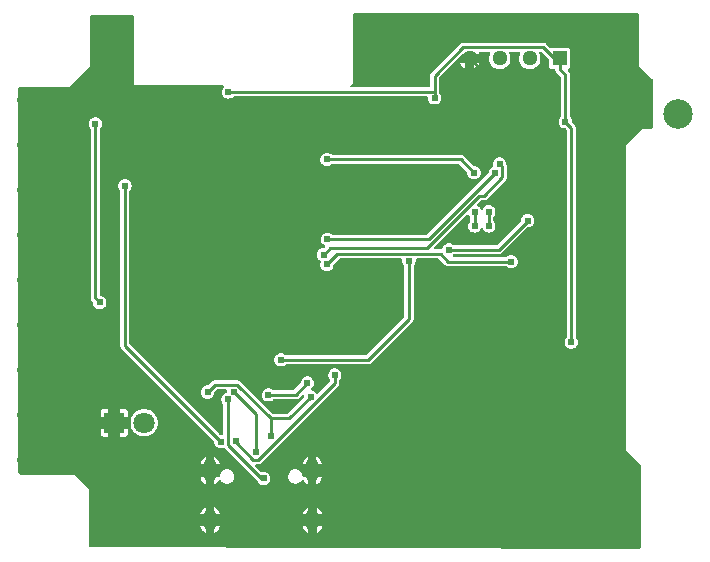
<source format=gbl>
G04 Layer: BottomLayer*
G04 EasyEDA v6.5.47, 2024-11-13 08:28:34*
G04 87231406ceee420ca99a4478fe7bfb21,034e4511e0c640c9b8a39c55fee02e59,10*
G04 Gerber Generator version 0.2*
G04 Scale: 100 percent, Rotated: No, Reflected: No *
G04 Dimensions in millimeters *
G04 leading zeros omitted , absolute positions ,4 integer and 5 decimal *
%FSLAX45Y45*%
%MOMM*%

%ADD10C,0.2540*%
%ADD11C,2.5000*%
%ADD12R,1.2954X1.2954*%
%ADD13C,1.2954*%
%ADD14R,1.8000X1.8000*%
%ADD15C,1.8000*%
%ADD16O,1.0999978000000001X1.9999959999999999*%
%ADD17O,1.1999976X1.7999964*%
%ADD18C,0.6096*%
%ADD19C,1.0000*%
%ADD20C,2.0000*%
%ADD21C,0.6200*%
%ADD22C,0.6100*%
%ADD23C,0.0110*%

%LPD*%
G36*
X5311140Y14579D02*
G01*
X657860Y24536D01*
X653948Y25349D01*
X650646Y27533D01*
X648462Y30835D01*
X647700Y34696D01*
X647700Y519684D01*
X646988Y521411D01*
X534111Y634288D01*
X532384Y635000D01*
X80416Y635000D01*
X76504Y635762D01*
X73202Y637997D01*
X54305Y656894D01*
X52069Y660196D01*
X51308Y664108D01*
X51308Y3914140D01*
X52069Y3918051D01*
X54305Y3921302D01*
X57556Y3923537D01*
X61467Y3924300D01*
X481584Y3924300D01*
X483311Y3925011D01*
X659688Y4101388D01*
X660400Y4103115D01*
X660400Y4516983D01*
X661162Y4520895D01*
X663397Y4524197D01*
X670102Y4530902D01*
X673404Y4533138D01*
X677316Y4533900D01*
X1018032Y4533900D01*
X1021943Y4533138D01*
X1025194Y4530902D01*
X1027430Y4527651D01*
X1028192Y4523740D01*
X1028192Y3963009D01*
X1029004Y3956507D01*
X1031087Y3950970D01*
X1034643Y3945839D01*
X1037640Y3942791D01*
X1041247Y3940149D01*
X1046784Y3937660D01*
X1054252Y3936492D01*
X1781860Y3936492D01*
X1785772Y3935729D01*
X1789074Y3933494D01*
X1791258Y3930243D01*
X1792020Y3926332D01*
X1791258Y3922420D01*
X1789074Y3919169D01*
X1787499Y3917594D01*
X1781860Y3909517D01*
X1777695Y3900627D01*
X1775155Y3891127D01*
X1774291Y3881323D01*
X1775155Y3871569D01*
X1777695Y3862070D01*
X1781860Y3853179D01*
X1787499Y3845102D01*
X1794459Y3838143D01*
X1802485Y3832555D01*
X1811375Y3828389D01*
X1820875Y3825849D01*
X1830679Y3824986D01*
X1840484Y3825849D01*
X1849983Y3828389D01*
X1858873Y3832555D01*
X1866900Y3838143D01*
X1868525Y3839768D01*
X1871827Y3841953D01*
X1875688Y3842715D01*
X3509314Y3842715D01*
X3513429Y3841902D01*
X3516833Y3839464D01*
X3518915Y3835857D01*
X3520287Y3821633D01*
X3522827Y3812133D01*
X3526993Y3803243D01*
X3532581Y3795217D01*
X3539540Y3788257D01*
X3547618Y3782618D01*
X3556508Y3778453D01*
X3566007Y3775913D01*
X3575812Y3775049D01*
X3585565Y3775913D01*
X3595065Y3778453D01*
X3603955Y3782618D01*
X3612032Y3788257D01*
X3618992Y3795217D01*
X3624579Y3803243D01*
X3628745Y3812133D01*
X3631285Y3821633D01*
X3632149Y3831437D01*
X3631285Y3841242D01*
X3628745Y3850741D01*
X3624579Y3859631D01*
X3618992Y3867658D01*
X3617366Y3869283D01*
X3615182Y3872585D01*
X3614420Y3876446D01*
X3614420Y3997147D01*
X3615182Y4001008D01*
X3617366Y4004310D01*
X3814419Y4201363D01*
X3817721Y4203547D01*
X3821582Y4204309D01*
X3834790Y4204309D01*
X3834790Y4212285D01*
X3835552Y4216196D01*
X3837736Y4219448D01*
X3841038Y4221683D01*
X3844950Y4222445D01*
X3902100Y4222445D01*
X3905961Y4221683D01*
X3909263Y4219448D01*
X3911447Y4216196D01*
X3912209Y4212285D01*
X3912209Y4204309D01*
X3955338Y4204309D01*
X3953611Y4207510D01*
X3952494Y4211523D01*
X3953001Y4215638D01*
X3955135Y4219194D01*
X3958539Y4221581D01*
X3962603Y4222445D01*
X4038193Y4222445D01*
X4042105Y4221632D01*
X4045458Y4219397D01*
X4047642Y4216044D01*
X4048353Y4212082D01*
X4047439Y4208170D01*
X4042308Y4196588D01*
X4038803Y4184446D01*
X4037076Y4171899D01*
X4037076Y4159300D01*
X4038803Y4146753D01*
X4042308Y4134612D01*
X4047439Y4123029D01*
X4054144Y4112310D01*
X4062272Y4102608D01*
X4071670Y4094175D01*
X4082186Y4087114D01*
X4093565Y4081526D01*
X4105554Y4077614D01*
X4118000Y4075429D01*
X4130649Y4075023D01*
X4143248Y4076344D01*
X4155490Y4079392D01*
X4167225Y4084116D01*
X4178198Y4090466D01*
X4188155Y4098239D01*
X4196943Y4107332D01*
X4204360Y4117543D01*
X4210304Y4128719D01*
X4214622Y4140606D01*
X4217263Y4153001D01*
X4218178Y4165600D01*
X4217263Y4178198D01*
X4214622Y4190593D01*
X4210304Y4202480D01*
X4207611Y4207510D01*
X4206494Y4211523D01*
X4207002Y4215638D01*
X4209135Y4219194D01*
X4212539Y4221581D01*
X4216603Y4222445D01*
X4292193Y4222445D01*
X4296105Y4221632D01*
X4299458Y4219397D01*
X4301642Y4216044D01*
X4302353Y4212082D01*
X4301439Y4208170D01*
X4296308Y4196588D01*
X4292803Y4184446D01*
X4291076Y4171899D01*
X4291076Y4159300D01*
X4292803Y4146753D01*
X4296308Y4134612D01*
X4301439Y4123029D01*
X4308144Y4112310D01*
X4316272Y4102608D01*
X4325670Y4094175D01*
X4336186Y4087114D01*
X4347565Y4081526D01*
X4359554Y4077614D01*
X4372000Y4075429D01*
X4384649Y4075023D01*
X4397248Y4076344D01*
X4409490Y4079392D01*
X4421225Y4084116D01*
X4432198Y4090466D01*
X4442155Y4098239D01*
X4450943Y4107332D01*
X4458360Y4117543D01*
X4464304Y4128719D01*
X4468622Y4140606D01*
X4471263Y4153001D01*
X4472178Y4165600D01*
X4471263Y4178198D01*
X4468622Y4190593D01*
X4464304Y4202480D01*
X4461611Y4207510D01*
X4460494Y4211523D01*
X4461002Y4215638D01*
X4463135Y4219194D01*
X4466539Y4221581D01*
X4470603Y4222445D01*
X4473498Y4222445D01*
X4477410Y4221683D01*
X4480712Y4219448D01*
X4541824Y4158335D01*
X4544060Y4155033D01*
X4544822Y4151122D01*
X4544822Y4101388D01*
X4545533Y4095089D01*
X4547463Y4089603D01*
X4550511Y4084726D01*
X4554626Y4080611D01*
X4559503Y4077563D01*
X4564989Y4075633D01*
X4571288Y4074922D01*
X4587544Y4074922D01*
X4591202Y4074261D01*
X4594352Y4072280D01*
X4596587Y4069334D01*
X4599889Y4058158D01*
X4603445Y4051503D01*
X4608576Y4045254D01*
X4642104Y4011726D01*
X4644288Y4008424D01*
X4645101Y4004513D01*
X4645101Y3673703D01*
X4644288Y3669792D01*
X4642104Y3666490D01*
X4640478Y3664915D01*
X4634890Y3656837D01*
X4630724Y3647948D01*
X4628184Y3638448D01*
X4627321Y3628644D01*
X4628184Y3618890D01*
X4630724Y3609390D01*
X4634890Y3600500D01*
X4640478Y3592423D01*
X4647438Y3585464D01*
X4655515Y3579876D01*
X4664405Y3575710D01*
X4673904Y3573170D01*
X4681931Y3572459D01*
X4685334Y3571544D01*
X4688230Y3569512D01*
X4691532Y3566210D01*
X4693767Y3562908D01*
X4694529Y3558997D01*
X4694529Y1807159D01*
X4693767Y1803247D01*
X4691532Y1799945D01*
X4689957Y1798370D01*
X4684318Y1790293D01*
X4680153Y1781403D01*
X4677613Y1771904D01*
X4676749Y1762099D01*
X4677613Y1752346D01*
X4680153Y1742846D01*
X4684318Y1733956D01*
X4689957Y1725879D01*
X4696917Y1718919D01*
X4704943Y1713331D01*
X4713833Y1709166D01*
X4723333Y1706625D01*
X4733137Y1705762D01*
X4742942Y1706625D01*
X4752441Y1709166D01*
X4761331Y1713331D01*
X4769358Y1718919D01*
X4776317Y1725879D01*
X4781956Y1733956D01*
X4786122Y1742846D01*
X4788662Y1752346D01*
X4789525Y1762099D01*
X4788662Y1771904D01*
X4786122Y1781403D01*
X4781956Y1790293D01*
X4776317Y1798370D01*
X4774742Y1799945D01*
X4772507Y1803247D01*
X4771745Y1807159D01*
X4771745Y3578707D01*
X4770932Y3586734D01*
X4768748Y3593947D01*
X4765192Y3600653D01*
X4760061Y3606850D01*
X4742840Y3624122D01*
X4740808Y3627018D01*
X4739894Y3630422D01*
X4739182Y3638448D01*
X4736642Y3647948D01*
X4732477Y3656837D01*
X4726889Y3664915D01*
X4725263Y3666490D01*
X4723079Y3669792D01*
X4722317Y3673703D01*
X4722317Y4024223D01*
X4721504Y4032250D01*
X4719320Y4039463D01*
X4715764Y4046169D01*
X4710633Y4052366D01*
X4703622Y4059377D01*
X4701387Y4062780D01*
X4700676Y4066794D01*
X4701590Y4070756D01*
X4703978Y4074058D01*
X4707483Y4076141D01*
X4711496Y4077563D01*
X4716373Y4080611D01*
X4720488Y4084726D01*
X4723536Y4089603D01*
X4725466Y4095089D01*
X4726178Y4101388D01*
X4726178Y4229811D01*
X4725466Y4236110D01*
X4723536Y4241596D01*
X4720488Y4246473D01*
X4716373Y4250588D01*
X4711496Y4253636D01*
X4706010Y4255566D01*
X4699711Y4256278D01*
X4571288Y4256278D01*
X4564989Y4255566D01*
X4562703Y4254754D01*
X4558995Y4254195D01*
X4555286Y4255058D01*
X4552188Y4257192D01*
X4521352Y4287977D01*
X4515154Y4293108D01*
X4508449Y4296664D01*
X4501235Y4298848D01*
X4493209Y4299661D01*
X3820007Y4299661D01*
X3811981Y4298848D01*
X3804767Y4296664D01*
X3798062Y4293108D01*
X3791864Y4287977D01*
X3548837Y4045000D01*
X3543706Y4038752D01*
X3540150Y4032097D01*
X3537965Y4024884D01*
X3537204Y4016857D01*
X3537204Y3930091D01*
X3536391Y3926230D01*
X3534206Y3922928D01*
X3530904Y3920744D01*
X3527044Y3919931D01*
X2873146Y3919931D01*
X2868930Y3920845D01*
X2865526Y3923436D01*
X2863392Y3927144D01*
X2863088Y3931462D01*
X2864510Y3935476D01*
X2867507Y3938574D01*
X2874010Y3942892D01*
X2877972Y3947058D01*
X2880156Y3948785D01*
X2882747Y3949852D01*
X2882950Y3958996D01*
X2883408Y3962958D01*
X2883408Y4535932D01*
X2884170Y4539843D01*
X2886405Y4543094D01*
X2889656Y4545330D01*
X2893568Y4546092D01*
X5292191Y4546092D01*
X5296103Y4545330D01*
X5299405Y4543094D01*
X5305602Y4536897D01*
X5307838Y4533595D01*
X5308600Y4529683D01*
X5308600Y4103115D01*
X5309311Y4101388D01*
X5419902Y3990797D01*
X5422138Y3987495D01*
X5422900Y3983583D01*
X5422900Y3578860D01*
X5422138Y3574948D01*
X5419902Y3571697D01*
X5416651Y3569462D01*
X5412740Y3568700D01*
X5335016Y3568700D01*
X5333288Y3567988D01*
X5195011Y3429711D01*
X5194300Y3427882D01*
X5194046Y3417671D01*
X5193792Y3415690D01*
X5193792Y864057D01*
X5194300Y857961D01*
X5194503Y850950D01*
X5195011Y850188D01*
X5318302Y726897D01*
X5320538Y723595D01*
X5321300Y719683D01*
X5321300Y24739D01*
X5320538Y20878D01*
X5318302Y17576D01*
X5315000Y15341D01*
G37*

%LPC*%
G36*
X1639366Y150063D02*
G01*
X1639366Y206451D01*
X1592681Y206451D01*
X1593291Y203606D01*
X1597609Y192125D01*
X1603451Y181356D01*
X1610817Y171551D01*
X1619453Y162915D01*
X1629257Y155549D01*
G37*
G36*
X1712061Y150063D02*
G01*
X1722120Y155549D01*
X1731924Y162915D01*
X1740611Y171551D01*
X1747977Y181356D01*
X1753819Y192125D01*
X1758086Y203606D01*
X1758746Y206451D01*
X1712061Y206451D01*
G37*
G36*
X2504338Y150063D02*
G01*
X2504338Y206451D01*
X2457704Y206451D01*
X2458313Y203606D01*
X2462580Y192125D01*
X2468473Y181356D01*
X2475788Y171551D01*
X2484475Y162915D01*
X2494280Y155549D01*
G37*
G36*
X2577084Y150063D02*
G01*
X2587142Y155549D01*
X2596946Y162915D01*
X2605633Y171551D01*
X2612948Y181356D01*
X2618841Y192125D01*
X2623108Y203606D01*
X2623718Y206451D01*
X2577084Y206451D01*
G37*
G36*
X1712061Y309168D02*
G01*
X1758746Y309168D01*
X1758086Y312013D01*
X1753819Y323494D01*
X1747977Y334213D01*
X1740611Y344017D01*
X1731924Y352704D01*
X1722120Y360070D01*
X1712061Y365556D01*
G37*
G36*
X1592681Y309168D02*
G01*
X1639366Y309168D01*
X1639366Y365556D01*
X1629257Y360070D01*
X1619453Y352704D01*
X1610817Y344017D01*
X1603451Y334213D01*
X1597609Y323494D01*
X1593291Y312013D01*
G37*
G36*
X2457704Y309168D02*
G01*
X2504338Y309168D01*
X2504338Y365556D01*
X2494280Y360070D01*
X2484475Y352704D01*
X2475788Y344017D01*
X2468473Y334213D01*
X2462580Y323494D01*
X2458313Y312013D01*
G37*
G36*
X2577084Y309168D02*
G01*
X2623718Y309168D01*
X2623108Y312013D01*
X2618841Y323494D01*
X2612948Y334213D01*
X2605633Y344017D01*
X2596946Y352704D01*
X2587142Y360070D01*
X2577084Y365556D01*
G37*
G36*
X2128215Y553212D02*
G01*
X2137968Y554075D01*
X2147468Y556615D01*
X2156358Y560781D01*
X2164435Y566420D01*
X2171395Y573379D01*
X2176983Y581406D01*
X2181148Y590296D01*
X2183688Y599795D01*
X2184552Y609600D01*
X2183688Y619404D01*
X2181148Y628904D01*
X2176983Y637794D01*
X2171395Y645820D01*
X2164435Y652780D01*
X2156358Y658418D01*
X2147468Y662584D01*
X2137968Y665124D01*
X2128215Y665988D01*
X2118410Y665124D01*
X2114651Y664108D01*
X2111146Y663803D01*
X2107692Y664718D01*
X2104847Y666750D01*
X2059432Y712114D01*
X2057247Y715416D01*
X2056485Y719277D01*
X2057247Y723188D01*
X2059432Y726490D01*
X2062734Y728675D01*
X2066645Y729437D01*
X2082241Y729437D01*
X2090267Y730250D01*
X2097481Y732434D01*
X2104136Y735990D01*
X2110384Y741121D01*
X2757779Y1388516D01*
X2762910Y1394764D01*
X2766466Y1401419D01*
X2768650Y1408633D01*
X2769463Y1416659D01*
X2769463Y1439773D01*
X2770225Y1443685D01*
X2772410Y1446987D01*
X2774035Y1448562D01*
X2779623Y1456639D01*
X2783789Y1465529D01*
X2786329Y1475028D01*
X2787192Y1484782D01*
X2786329Y1494586D01*
X2783789Y1504086D01*
X2779623Y1512976D01*
X2774035Y1521053D01*
X2767076Y1528013D01*
X2758998Y1533601D01*
X2750108Y1537766D01*
X2740609Y1540306D01*
X2730855Y1541170D01*
X2721051Y1540306D01*
X2711551Y1537766D01*
X2702661Y1533601D01*
X2694584Y1528013D01*
X2687624Y1521053D01*
X2682036Y1512976D01*
X2677871Y1504086D01*
X2675331Y1494586D01*
X2674467Y1484782D01*
X2675331Y1475028D01*
X2677871Y1465529D01*
X2682036Y1456639D01*
X2687624Y1448562D01*
X2689250Y1446987D01*
X2691434Y1443685D01*
X2692247Y1439773D01*
X2692247Y1436370D01*
X2691434Y1432509D01*
X2689250Y1429207D01*
X2589377Y1329283D01*
X2585669Y1326946D01*
X2581300Y1326388D01*
X2577084Y1327708D01*
X2573832Y1330655D01*
X2570480Y1335481D01*
X2563520Y1342440D01*
X2555494Y1348028D01*
X2546604Y1352194D01*
X2537002Y1354785D01*
X2533548Y1356461D01*
X2530957Y1359255D01*
X2529586Y1362811D01*
X2529687Y1366621D01*
X2531110Y1370177D01*
X2533802Y1372920D01*
X2535377Y1374038D01*
X2542336Y1380998D01*
X2547975Y1389024D01*
X2552141Y1397914D01*
X2554681Y1407414D01*
X2555544Y1417218D01*
X2554681Y1427022D01*
X2552141Y1436522D01*
X2547975Y1445412D01*
X2542336Y1453438D01*
X2535377Y1460398D01*
X2527350Y1466037D01*
X2518460Y1470202D01*
X2508961Y1472742D01*
X2499156Y1473606D01*
X2489352Y1472742D01*
X2479852Y1470202D01*
X2470962Y1466037D01*
X2462936Y1460398D01*
X2455976Y1453438D01*
X2450338Y1445412D01*
X2446172Y1436522D01*
X2443632Y1427022D01*
X2442921Y1418945D01*
X2442006Y1415542D01*
X2440025Y1412646D01*
X2385466Y1358138D01*
X2382164Y1355953D01*
X2378303Y1355140D01*
X2214372Y1355140D01*
X2210460Y1355953D01*
X2207158Y1358138D01*
X2205583Y1359763D01*
X2197506Y1365351D01*
X2188616Y1369517D01*
X2179116Y1372057D01*
X2169363Y1372920D01*
X2159558Y1372057D01*
X2150059Y1369517D01*
X2141169Y1365351D01*
X2133092Y1359763D01*
X2126132Y1352804D01*
X2120544Y1344726D01*
X2116378Y1335836D01*
X2113838Y1326337D01*
X2112975Y1316532D01*
X2113838Y1306779D01*
X2116378Y1297279D01*
X2120544Y1288389D01*
X2126132Y1280312D01*
X2133092Y1273352D01*
X2141169Y1267764D01*
X2150059Y1263599D01*
X2159558Y1261059D01*
X2169363Y1260195D01*
X2179116Y1261059D01*
X2188616Y1263599D01*
X2197506Y1267764D01*
X2205583Y1273352D01*
X2207158Y1274978D01*
X2210460Y1277162D01*
X2214372Y1277924D01*
X2398014Y1277924D01*
X2406040Y1278737D01*
X2413254Y1280922D01*
X2419908Y1284478D01*
X2426157Y1289608D01*
X2454554Y1318006D01*
X2458008Y1320241D01*
X2462022Y1320952D01*
X2466035Y1319987D01*
X2469337Y1317548D01*
X2471369Y1313992D01*
X2471877Y1309928D01*
X2471064Y1300988D01*
X2470150Y1297584D01*
X2468168Y1294688D01*
X2331516Y1158036D01*
X2328214Y1155852D01*
X2324303Y1155039D01*
X2210562Y1155039D01*
X2206650Y1155852D01*
X2203348Y1158036D01*
X1933193Y1428191D01*
X1926996Y1433322D01*
X1920290Y1436878D01*
X1913077Y1439062D01*
X1905050Y1439824D01*
X1714906Y1439824D01*
X1706880Y1439062D01*
X1699666Y1436878D01*
X1692960Y1433322D01*
X1686763Y1428191D01*
X1658264Y1399692D01*
X1655368Y1397660D01*
X1651965Y1396746D01*
X1643888Y1396034D01*
X1634388Y1393494D01*
X1625498Y1389329D01*
X1617472Y1383741D01*
X1610512Y1376781D01*
X1604873Y1368704D01*
X1600708Y1359814D01*
X1598168Y1350314D01*
X1597304Y1340510D01*
X1598168Y1330756D01*
X1600708Y1321257D01*
X1604873Y1312367D01*
X1610512Y1304290D01*
X1617472Y1297330D01*
X1625498Y1291742D01*
X1634388Y1287576D01*
X1643888Y1285036D01*
X1653692Y1284173D01*
X1663496Y1285036D01*
X1672996Y1287576D01*
X1681886Y1291742D01*
X1689912Y1297330D01*
X1696872Y1304290D01*
X1702511Y1312367D01*
X1706676Y1321257D01*
X1709216Y1330756D01*
X1709928Y1338783D01*
X1710842Y1342186D01*
X1712823Y1345082D01*
X1727403Y1359662D01*
X1730705Y1361846D01*
X1734616Y1362608D01*
X1809902Y1362608D01*
X1814017Y1361795D01*
X1817370Y1359357D01*
X1819503Y1355750D01*
X1820011Y1351584D01*
X1819249Y1342491D01*
X1818030Y1338529D01*
X1815388Y1335379D01*
X1811731Y1333550D01*
X1806498Y1332128D01*
X1797608Y1327962D01*
X1789531Y1322374D01*
X1782572Y1315415D01*
X1776984Y1307338D01*
X1772818Y1298448D01*
X1770278Y1288948D01*
X1769414Y1279144D01*
X1770278Y1269390D01*
X1772818Y1259890D01*
X1776984Y1251000D01*
X1782572Y1242923D01*
X1784197Y1241348D01*
X1786382Y1238046D01*
X1787194Y1234135D01*
X1787194Y986485D01*
X1786331Y982370D01*
X1783892Y978966D01*
X1780286Y976833D01*
X1776120Y976325D01*
X1768957Y976985D01*
X1765554Y977900D01*
X1762658Y979881D01*
X995324Y1747215D01*
X993140Y1750517D01*
X992378Y1754428D01*
X992378Y3043377D01*
X993140Y3047238D01*
X995324Y3050540D01*
X996950Y3052165D01*
X1002537Y3060192D01*
X1006703Y3069082D01*
X1009243Y3078581D01*
X1010107Y3088386D01*
X1009243Y3098190D01*
X1006703Y3107690D01*
X1002537Y3116580D01*
X996950Y3124606D01*
X989990Y3131566D01*
X981913Y3137204D01*
X973023Y3141370D01*
X963523Y3143910D01*
X953769Y3144774D01*
X943965Y3143910D01*
X934466Y3141370D01*
X925576Y3137204D01*
X917498Y3131566D01*
X910539Y3124606D01*
X904951Y3116580D01*
X900785Y3107690D01*
X898245Y3098190D01*
X897382Y3088386D01*
X898245Y3078581D01*
X900785Y3069082D01*
X904951Y3060192D01*
X910539Y3052165D01*
X912164Y3050540D01*
X914349Y3047238D01*
X915162Y3043377D01*
X915162Y1734718D01*
X915924Y1726692D01*
X918108Y1719478D01*
X921664Y1712772D01*
X926795Y1706575D01*
X1708048Y925321D01*
X1710080Y922426D01*
X1710994Y919022D01*
X1711706Y910945D01*
X1714246Y901446D01*
X1718411Y892556D01*
X1723999Y884529D01*
X1730959Y877569D01*
X1739036Y871931D01*
X1747926Y867765D01*
X1757425Y865225D01*
X1767230Y864362D01*
X1776984Y865225D01*
X1787398Y868019D01*
X1791258Y868324D01*
X1794916Y867156D01*
X1798828Y863549D01*
X2076754Y585622D01*
X2079396Y581406D01*
X2084984Y573379D01*
X2091943Y566420D01*
X2100021Y560781D01*
X2108911Y556615D01*
X2118410Y554075D01*
G37*
G36*
X1641856Y559358D02*
G01*
X1641856Y621436D01*
X1595628Y621436D01*
X1598117Y610006D01*
X1602130Y599186D01*
X1607667Y589076D01*
X1614576Y579831D01*
X1622755Y571703D01*
X1632000Y564743D01*
G37*
G36*
X2574544Y559358D02*
G01*
X2584450Y564743D01*
X2593695Y571652D01*
X2601823Y579831D01*
X2608732Y589076D01*
X2614269Y599186D01*
X2618333Y610006D01*
X2620772Y621436D01*
X2574544Y621436D01*
G37*
G36*
X2506878Y559358D02*
G01*
X2506878Y621436D01*
X2467813Y621436D01*
X2464104Y622147D01*
X2460955Y624128D01*
X2458669Y627126D01*
X2457704Y630783D01*
X2457246Y635812D01*
X2454808Y645566D01*
X2450744Y654761D01*
X2445258Y663194D01*
X2438450Y670560D01*
X2430526Y676757D01*
X2421686Y681532D01*
X2412187Y684784D01*
X2402230Y686460D01*
X2392222Y686460D01*
X2382266Y684784D01*
X2372766Y681532D01*
X2363927Y676757D01*
X2356002Y670560D01*
X2349195Y663194D01*
X2343708Y654761D01*
X2339644Y645566D01*
X2337206Y635812D01*
X2336342Y625754D01*
X2337206Y615746D01*
X2339644Y605993D01*
X2343708Y596798D01*
X2349195Y588365D01*
X2356002Y580999D01*
X2363927Y574802D01*
X2372766Y570026D01*
X2382266Y566775D01*
X2392222Y565099D01*
X2402230Y565099D01*
X2412187Y566775D01*
X2421686Y570026D01*
X2430526Y574802D01*
X2438450Y580999D01*
X2445258Y588365D01*
X2451100Y597357D01*
X2454046Y600303D01*
X2457907Y601776D01*
X2462072Y601624D01*
X2465832Y599795D01*
X2468524Y596646D01*
X2472690Y589076D01*
X2479598Y579831D01*
X2487726Y571652D01*
X2496972Y564743D01*
G37*
G36*
X1709572Y559358D02*
G01*
X1719427Y564743D01*
X1728673Y571703D01*
X1736852Y579831D01*
X1743760Y589076D01*
X1747875Y596696D01*
X1750618Y599846D01*
X1754327Y601675D01*
X1758492Y601827D01*
X1762404Y600303D01*
X1765300Y597357D01*
X1771192Y588365D01*
X1778000Y580999D01*
X1785924Y574802D01*
X1794764Y570026D01*
X1804263Y566775D01*
X1814220Y565099D01*
X1824228Y565099D01*
X1834184Y566775D01*
X1843684Y570026D01*
X1852523Y574802D01*
X1860448Y580999D01*
X1867255Y588365D01*
X1872742Y596798D01*
X1876806Y605993D01*
X1879244Y615746D01*
X1880107Y625754D01*
X1879244Y635812D01*
X1876806Y645566D01*
X1872742Y654761D01*
X1867255Y663194D01*
X1860448Y670560D01*
X1852523Y676757D01*
X1843684Y681532D01*
X1834184Y684784D01*
X1824228Y686460D01*
X1814220Y686460D01*
X1804263Y684784D01*
X1794764Y681532D01*
X1785924Y676757D01*
X1778000Y670560D01*
X1771192Y663194D01*
X1765706Y654761D01*
X1761642Y645566D01*
X1759204Y635812D01*
X1758746Y630783D01*
X1757781Y627176D01*
X1755495Y624128D01*
X1752346Y622147D01*
X1748637Y621436D01*
X1709572Y621436D01*
G37*
G36*
X1709572Y734161D02*
G01*
X1755800Y734161D01*
X1753311Y745591D01*
X1749298Y756412D01*
X1743760Y766521D01*
X1736852Y775766D01*
X1728673Y783945D01*
X1719427Y790854D01*
X1709572Y796239D01*
G37*
G36*
X1595628Y734161D02*
G01*
X1641856Y734161D01*
X1641856Y796239D01*
X1632000Y790854D01*
X1622755Y783945D01*
X1614576Y775766D01*
X1607667Y766521D01*
X1602130Y756412D01*
X1598117Y745591D01*
G37*
G36*
X2460650Y734161D02*
G01*
X2506878Y734161D01*
X2506878Y796239D01*
X2496972Y790854D01*
X2487726Y783945D01*
X2479598Y775766D01*
X2472690Y766521D01*
X2467152Y756412D01*
X2463088Y745591D01*
G37*
G36*
X2574544Y734161D02*
G01*
X2620772Y734161D01*
X2618333Y745591D01*
X2614269Y756412D01*
X2608732Y766521D01*
X2601823Y775766D01*
X2593695Y783945D01*
X2584450Y790854D01*
X2574544Y796239D01*
G37*
G36*
X774192Y963574D02*
G01*
X812241Y963574D01*
X812241Y1028141D01*
X747674Y1028141D01*
X747674Y990092D01*
X748385Y983742D01*
X750316Y978306D01*
X753414Y973378D01*
X757478Y969314D01*
X762406Y966216D01*
X767842Y964285D01*
G37*
G36*
X914958Y963574D02*
G01*
X953008Y963574D01*
X959358Y964285D01*
X964793Y966216D01*
X969721Y969314D01*
X973785Y973378D01*
X976884Y978306D01*
X978814Y983742D01*
X979525Y990092D01*
X979525Y1028141D01*
X914958Y1028141D01*
G37*
G36*
X1110335Y963828D02*
G01*
X1124864Y963828D01*
X1139291Y965657D01*
X1153414Y969264D01*
X1166926Y974648D01*
X1179677Y981659D01*
X1191463Y990193D01*
X1202080Y1000150D01*
X1211376Y1011377D01*
X1219149Y1023670D01*
X1225346Y1036828D01*
X1229868Y1050696D01*
X1232560Y1064971D01*
X1233474Y1079500D01*
X1232560Y1094028D01*
X1229868Y1108303D01*
X1225346Y1122172D01*
X1219149Y1135329D01*
X1211376Y1147622D01*
X1202080Y1158849D01*
X1191463Y1168806D01*
X1179677Y1177340D01*
X1166926Y1184351D01*
X1153414Y1189736D01*
X1139291Y1193342D01*
X1124864Y1195171D01*
X1110335Y1195171D01*
X1095908Y1193342D01*
X1081786Y1189736D01*
X1068273Y1184351D01*
X1055522Y1177340D01*
X1043736Y1168806D01*
X1033119Y1158849D01*
X1023823Y1147622D01*
X1016050Y1135329D01*
X1009853Y1122172D01*
X1005332Y1108303D01*
X1002639Y1094028D01*
X1001725Y1079500D01*
X1002639Y1064971D01*
X1005332Y1050696D01*
X1009853Y1036828D01*
X1016050Y1023670D01*
X1023823Y1011377D01*
X1033119Y1000150D01*
X1043736Y990193D01*
X1055522Y981659D01*
X1068273Y974648D01*
X1081786Y969264D01*
X1095908Y965657D01*
G37*
G36*
X747674Y1130858D02*
G01*
X812241Y1130858D01*
X812241Y1195425D01*
X774192Y1195425D01*
X767842Y1194714D01*
X762406Y1192784D01*
X757478Y1189685D01*
X753414Y1185621D01*
X750316Y1180693D01*
X748385Y1175258D01*
X747674Y1168908D01*
G37*
G36*
X914958Y1130858D02*
G01*
X979525Y1130858D01*
X979525Y1168908D01*
X978814Y1175258D01*
X976884Y1180693D01*
X973785Y1185621D01*
X969721Y1189685D01*
X964793Y1192784D01*
X959358Y1194714D01*
X953008Y1195425D01*
X914958Y1195425D01*
G37*
G36*
X2275789Y1557274D02*
G01*
X2285593Y1558137D01*
X2295093Y1560677D01*
X2303983Y1564843D01*
X2312009Y1570482D01*
X2313635Y1572056D01*
X2316937Y1574292D01*
X2320798Y1575054D01*
X3011170Y1575054D01*
X3019196Y1575866D01*
X3026410Y1578051D01*
X3033064Y1581607D01*
X3039313Y1586738D01*
X3385820Y1933244D01*
X3390950Y1939442D01*
X3394506Y1946148D01*
X3396691Y1953361D01*
X3397504Y1961388D01*
X3397504Y2406142D01*
X3398265Y2410002D01*
X3400450Y2413304D01*
X3402076Y2414930D01*
X3407664Y2422956D01*
X3411829Y2431846D01*
X3414369Y2441346D01*
X3415233Y2451150D01*
X3414471Y2460091D01*
X3414979Y2464257D01*
X3417112Y2467864D01*
X3420465Y2470302D01*
X3424580Y2471115D01*
X3608679Y2471115D01*
X3612591Y2470353D01*
X3615893Y2468168D01*
X3665982Y2418080D01*
X3672230Y2412949D01*
X3678885Y2409393D01*
X3686098Y2407208D01*
X3694125Y2406396D01*
X4178858Y2406396D01*
X4182719Y2405634D01*
X4186021Y2403398D01*
X4187647Y2401824D01*
X4195673Y2396185D01*
X4204563Y2392019D01*
X4214063Y2389479D01*
X4223867Y2388616D01*
X4233672Y2389479D01*
X4243171Y2392019D01*
X4252061Y2396185D01*
X4260088Y2401824D01*
X4267047Y2408783D01*
X4272686Y2416810D01*
X4276852Y2425700D01*
X4279392Y2435199D01*
X4280255Y2445004D01*
X4279392Y2454808D01*
X4276852Y2464308D01*
X4272686Y2473198D01*
X4267047Y2481224D01*
X4260088Y2488184D01*
X4252061Y2493822D01*
X4243171Y2497988D01*
X4233672Y2500528D01*
X4223867Y2501392D01*
X4214063Y2500528D01*
X4204563Y2497988D01*
X4195673Y2493822D01*
X4187647Y2488184D01*
X4186021Y2486609D01*
X4182719Y2484374D01*
X4178858Y2483612D01*
X3738016Y2483612D01*
X3734003Y2484424D01*
X3730650Y2486761D01*
X3728516Y2490216D01*
X3727856Y2494280D01*
X3728872Y2498191D01*
X3731361Y2501442D01*
X3735374Y2504948D01*
X3738473Y2506776D01*
X3742029Y2507386D01*
X4116832Y2507386D01*
X4124858Y2508199D01*
X4132072Y2510383D01*
X4138777Y2513939D01*
X4144975Y2519070D01*
X4359249Y2733344D01*
X4362145Y2735376D01*
X4365548Y2736291D01*
X4373626Y2737002D01*
X4383125Y2739542D01*
X4392015Y2743708D01*
X4400042Y2749296D01*
X4407001Y2756255D01*
X4412640Y2764332D01*
X4416806Y2773222D01*
X4419346Y2782722D01*
X4420209Y2792476D01*
X4419346Y2802280D01*
X4416806Y2811780D01*
X4412640Y2820670D01*
X4407001Y2828747D01*
X4400042Y2835706D01*
X4392015Y2841294D01*
X4383125Y2845460D01*
X4373626Y2848000D01*
X4363821Y2848864D01*
X4354017Y2848000D01*
X4344517Y2845460D01*
X4335627Y2841294D01*
X4327601Y2835706D01*
X4320641Y2828747D01*
X4315002Y2820670D01*
X4310837Y2811780D01*
X4308297Y2802280D01*
X4307586Y2794254D01*
X4306671Y2790850D01*
X4304690Y2787954D01*
X4104335Y2587599D01*
X4101033Y2585415D01*
X4097121Y2584602D01*
X3742029Y2584602D01*
X3738168Y2585415D01*
X3734866Y2587599D01*
X3733241Y2589225D01*
X3725214Y2594813D01*
X3716324Y2598978D01*
X3706825Y2601518D01*
X3697020Y2602382D01*
X3687216Y2601518D01*
X3677716Y2598978D01*
X3668826Y2594813D01*
X3660800Y2589225D01*
X3653840Y2582265D01*
X3648201Y2574188D01*
X3644036Y2565298D01*
X3641445Y2555595D01*
X3639972Y2552395D01*
X3637432Y2549906D01*
X3634181Y2548432D01*
X3630625Y2548128D01*
X3628390Y2548331D01*
X3579368Y2548331D01*
X3575456Y2549144D01*
X3572154Y2551328D01*
X3569970Y2554630D01*
X3569208Y2558491D01*
X3569970Y2562402D01*
X3572154Y2565704D01*
X3849268Y2842818D01*
X3852468Y2844952D01*
X3856278Y2845765D01*
X3860088Y2845104D01*
X3863390Y2843022D01*
X3866286Y2838500D01*
X3871925Y2830474D01*
X3873500Y2828899D01*
X3875735Y2825597D01*
X3876497Y2821686D01*
X3876497Y2791714D01*
X3875735Y2787802D01*
X3873500Y2784500D01*
X3871925Y2782925D01*
X3866286Y2774899D01*
X3862171Y2765958D01*
X3859631Y2756509D01*
X3858768Y2746705D01*
X3859631Y2736900D01*
X3862171Y2727452D01*
X3866286Y2718511D01*
X3871925Y2710484D01*
X3878884Y2703525D01*
X3886911Y2697886D01*
X3895851Y2693771D01*
X3905300Y2691231D01*
X3915105Y2690368D01*
X3924909Y2691231D01*
X3934358Y2693771D01*
X3943299Y2697886D01*
X3951325Y2703525D01*
X3958285Y2710484D01*
X3963924Y2718511D01*
X3965905Y2722778D01*
X3968140Y2725877D01*
X3971340Y2727960D01*
X3975100Y2728671D01*
X3978859Y2727960D01*
X3982059Y2725877D01*
X3984294Y2722778D01*
X3986276Y2718511D01*
X3991914Y2710484D01*
X3998874Y2703525D01*
X4006900Y2697886D01*
X4015841Y2693771D01*
X4025290Y2691231D01*
X4035094Y2690368D01*
X4044899Y2691231D01*
X4054348Y2693771D01*
X4063288Y2697886D01*
X4071315Y2703525D01*
X4078274Y2710484D01*
X4083913Y2718511D01*
X4088028Y2727452D01*
X4090568Y2736900D01*
X4091432Y2746705D01*
X4090568Y2756509D01*
X4088028Y2765958D01*
X4083913Y2774899D01*
X4078274Y2782925D01*
X4076700Y2784500D01*
X4074464Y2787802D01*
X4073702Y2791714D01*
X4073702Y2821686D01*
X4074464Y2825597D01*
X4076700Y2828899D01*
X4078274Y2830474D01*
X4083913Y2838500D01*
X4088028Y2847441D01*
X4090568Y2856890D01*
X4091432Y2866694D01*
X4090568Y2876499D01*
X4088028Y2885948D01*
X4083913Y2894888D01*
X4078274Y2902915D01*
X4071315Y2909874D01*
X4063288Y2915513D01*
X4054348Y2919628D01*
X4044899Y2922168D01*
X4035094Y2923032D01*
X4025290Y2922168D01*
X4015841Y2919628D01*
X4006900Y2915513D01*
X3998874Y2909874D01*
X3991914Y2902915D01*
X3986276Y2894888D01*
X3984294Y2890621D01*
X3982059Y2887522D01*
X3978859Y2885440D01*
X3975100Y2884728D01*
X3971340Y2885440D01*
X3968140Y2887522D01*
X3965905Y2890621D01*
X3963924Y2894888D01*
X3958285Y2902915D01*
X3951325Y2909874D01*
X3943299Y2915513D01*
X3938778Y2918409D01*
X3936695Y2921711D01*
X3936034Y2925521D01*
X3936847Y2929331D01*
X3938981Y2932531D01*
X3968597Y2962097D01*
X3971899Y2964332D01*
X3975760Y2965094D01*
X3994251Y2965094D01*
X4002278Y2965907D01*
X4009491Y2968091D01*
X4016146Y2971647D01*
X4022394Y2976778D01*
X4174998Y3129381D01*
X4180128Y3135630D01*
X4183684Y3142284D01*
X4185869Y3149498D01*
X4186682Y3157524D01*
X4186682Y3249218D01*
X4185869Y3257245D01*
X4182516Y3267608D01*
X4182465Y3271723D01*
X4181601Y3281527D01*
X4179062Y3291027D01*
X4174896Y3299917D01*
X4169257Y3307943D01*
X4162298Y3314903D01*
X4154271Y3320542D01*
X4145381Y3324707D01*
X4135882Y3327247D01*
X4126077Y3328111D01*
X4116273Y3327247D01*
X4106773Y3324707D01*
X4097883Y3320542D01*
X4089857Y3314903D01*
X4082897Y3307943D01*
X4077258Y3299917D01*
X4073093Y3291027D01*
X4070553Y3281527D01*
X4069689Y3271723D01*
X4070553Y3261918D01*
X4071569Y3258159D01*
X4071874Y3254654D01*
X4070959Y3251250D01*
X4068927Y3248355D01*
X4066032Y3246323D01*
X4061307Y3244088D01*
X4053230Y3238500D01*
X4046270Y3231540D01*
X4040682Y3223463D01*
X4036517Y3214573D01*
X4033977Y3205073D01*
X4033265Y3197047D01*
X4032351Y3193643D01*
X4030319Y3190748D01*
X3513988Y2674416D01*
X3510686Y2672181D01*
X3506774Y2671419D01*
X2713583Y2671419D01*
X2709672Y2672181D01*
X2706370Y2674416D01*
X2704795Y2675991D01*
X2696718Y2681630D01*
X2687828Y2685796D01*
X2678328Y2688336D01*
X2668524Y2689199D01*
X2658770Y2688336D01*
X2649270Y2685796D01*
X2640380Y2681630D01*
X2632303Y2675991D01*
X2625344Y2669032D01*
X2619756Y2661005D01*
X2615590Y2652115D01*
X2613050Y2642616D01*
X2612186Y2632811D01*
X2613050Y2623007D01*
X2615590Y2613507D01*
X2619756Y2604617D01*
X2625344Y2596591D01*
X2632303Y2589631D01*
X2644546Y2581198D01*
X2646629Y2577947D01*
X2647289Y2574137D01*
X2646476Y2570327D01*
X2644292Y2567127D01*
X2640634Y2563418D01*
X2637739Y2561386D01*
X2634335Y2560472D01*
X2626258Y2559761D01*
X2616758Y2557221D01*
X2607868Y2553055D01*
X2599842Y2547467D01*
X2592882Y2540508D01*
X2587244Y2532430D01*
X2583078Y2523540D01*
X2580538Y2514041D01*
X2579674Y2504236D01*
X2580538Y2494483D01*
X2583078Y2484983D01*
X2587244Y2476093D01*
X2592882Y2468016D01*
X2599842Y2461056D01*
X2608529Y2455011D01*
X2611018Y2452522D01*
X2612491Y2449322D01*
X2612796Y2445816D01*
X2611882Y2442362D01*
X2610764Y2440025D01*
X2608224Y2430526D01*
X2607360Y2420721D01*
X2608224Y2410917D01*
X2610764Y2401417D01*
X2614930Y2392527D01*
X2620568Y2384501D01*
X2627528Y2377541D01*
X2635554Y2371902D01*
X2644444Y2367737D01*
X2653944Y2365197D01*
X2663748Y2364333D01*
X2673553Y2365197D01*
X2683052Y2367737D01*
X2691942Y2371902D01*
X2699969Y2377541D01*
X2706928Y2384501D01*
X2712567Y2392527D01*
X2716733Y2401417D01*
X2719273Y2410917D01*
X2719984Y2418994D01*
X2720898Y2422398D01*
X2722880Y2425293D01*
X2765806Y2468168D01*
X2769108Y2470353D01*
X2772968Y2471115D01*
X3293160Y2471115D01*
X3297275Y2470302D01*
X3300628Y2467864D01*
X3302762Y2464257D01*
X3303270Y2460091D01*
X3302508Y2451150D01*
X3303371Y2441346D01*
X3305911Y2431846D01*
X3310077Y2422956D01*
X3315665Y2414930D01*
X3317290Y2413304D01*
X3319475Y2410002D01*
X3320287Y2406142D01*
X3320287Y1981098D01*
X3319475Y1977186D01*
X3317290Y1973884D01*
X2998622Y1655267D01*
X2995320Y1653032D01*
X2991459Y1652270D01*
X2320798Y1652270D01*
X2316937Y1653032D01*
X2313635Y1655267D01*
X2312009Y1656842D01*
X2303983Y1662480D01*
X2295093Y1666646D01*
X2285593Y1669186D01*
X2275789Y1670050D01*
X2265984Y1669186D01*
X2256485Y1666646D01*
X2247595Y1662480D01*
X2239568Y1656842D01*
X2232609Y1649882D01*
X2226970Y1641856D01*
X2222804Y1632966D01*
X2220264Y1623466D01*
X2219401Y1613662D01*
X2220264Y1603857D01*
X2222804Y1594358D01*
X2226970Y1585468D01*
X2232609Y1577441D01*
X2239568Y1570482D01*
X2247595Y1564843D01*
X2256485Y1560677D01*
X2265984Y1558137D01*
G37*
G36*
X740968Y2043277D02*
G01*
X750773Y2044141D01*
X760272Y2046681D01*
X769162Y2050846D01*
X777189Y2056485D01*
X784148Y2063445D01*
X789787Y2071471D01*
X793953Y2080361D01*
X796493Y2089861D01*
X797356Y2099665D01*
X796493Y2109470D01*
X793953Y2118969D01*
X789787Y2127859D01*
X784148Y2135886D01*
X777189Y2142845D01*
X769162Y2148484D01*
X760272Y2152650D01*
X750062Y2155342D01*
X746150Y2157374D01*
X743508Y2160879D01*
X742543Y2165197D01*
X742543Y3566464D01*
X743305Y3570376D01*
X745540Y3573678D01*
X747115Y3575253D01*
X752754Y3583330D01*
X756920Y3592220D01*
X759460Y3601720D01*
X760323Y3611473D01*
X759460Y3621278D01*
X756920Y3630777D01*
X752754Y3639667D01*
X747115Y3647744D01*
X740156Y3654704D01*
X732129Y3660292D01*
X723239Y3664458D01*
X713740Y3666998D01*
X703935Y3667861D01*
X694131Y3666998D01*
X684631Y3664458D01*
X675741Y3660292D01*
X667715Y3654704D01*
X660755Y3647744D01*
X655116Y3639667D01*
X650951Y3630777D01*
X648411Y3621278D01*
X647547Y3611473D01*
X648411Y3601720D01*
X650951Y3592220D01*
X655116Y3583330D01*
X660755Y3575253D01*
X662330Y3573678D01*
X664565Y3570376D01*
X665327Y3566464D01*
X665327Y2137206D01*
X666140Y2129180D01*
X668324Y2121966D01*
X671880Y2115261D01*
X677011Y2109063D01*
X681837Y2104237D01*
X683818Y2101342D01*
X684733Y2097938D01*
X685444Y2089861D01*
X687984Y2080361D01*
X692150Y2071471D01*
X697788Y2063445D01*
X704748Y2056485D01*
X712774Y2050846D01*
X721664Y2046681D01*
X731164Y2044141D01*
G37*
G36*
X3910126Y3142183D02*
G01*
X3919880Y3143046D01*
X3929379Y3145586D01*
X3938270Y3149752D01*
X3946347Y3155391D01*
X3953306Y3162350D01*
X3958894Y3170377D01*
X3963060Y3179267D01*
X3965600Y3188766D01*
X3966464Y3198571D01*
X3965600Y3208375D01*
X3963060Y3217875D01*
X3958894Y3226765D01*
X3953306Y3234791D01*
X3946347Y3241751D01*
X3938270Y3247390D01*
X3929379Y3251555D01*
X3919880Y3254095D01*
X3911854Y3254806D01*
X3908450Y3255721D01*
X3905554Y3257702D01*
X3826256Y3337001D01*
X3820007Y3342132D01*
X3813352Y3345687D01*
X3806139Y3347872D01*
X3798112Y3348685D01*
X2710586Y3348685D01*
X2706725Y3349447D01*
X2703423Y3351682D01*
X2701798Y3353257D01*
X2693771Y3358896D01*
X2684881Y3363061D01*
X2675382Y3365601D01*
X2665577Y3366465D01*
X2655773Y3365601D01*
X2646273Y3363061D01*
X2637383Y3358896D01*
X2629357Y3353257D01*
X2622397Y3346297D01*
X2616758Y3338271D01*
X2612593Y3329381D01*
X2610053Y3319881D01*
X2609189Y3310077D01*
X2610053Y3300272D01*
X2612593Y3290773D01*
X2616758Y3281883D01*
X2622397Y3273856D01*
X2629357Y3266897D01*
X2637383Y3261258D01*
X2646273Y3257092D01*
X2655773Y3254552D01*
X2665577Y3253689D01*
X2675382Y3254552D01*
X2684881Y3257092D01*
X2693771Y3261258D01*
X2701798Y3266897D01*
X2703423Y3268472D01*
X2706725Y3270707D01*
X2710586Y3271469D01*
X3778402Y3271469D01*
X3782263Y3270707D01*
X3785565Y3268472D01*
X3850944Y3203143D01*
X3852976Y3200247D01*
X3853891Y3196844D01*
X3854602Y3188766D01*
X3857142Y3179267D01*
X3861308Y3170377D01*
X3866896Y3162350D01*
X3873855Y3155391D01*
X3881932Y3149752D01*
X3890822Y3145586D01*
X3900322Y3143046D01*
G37*
G36*
X3912209Y4083710D02*
G01*
X3913225Y4084116D01*
X3924198Y4090466D01*
X3934155Y4098239D01*
X3942943Y4107332D01*
X3950360Y4117543D01*
X3955338Y4126839D01*
X3912209Y4126839D01*
G37*
G36*
X3834790Y4083862D02*
G01*
X3834790Y4126839D01*
X3791762Y4126839D01*
X3793439Y4123029D01*
X3800144Y4112310D01*
X3808272Y4102608D01*
X3817670Y4094175D01*
X3828186Y4087114D01*
G37*

%LPD*%
D10*
X2540000Y2311400D02*
G01*
X2968955Y2311400D01*
X3289960Y1990394D01*
X2540000Y2311400D02*
G01*
X2540000Y2540000D01*
X1270000Y3657600D02*
G01*
X939800Y3987800D01*
X939800Y4051300D01*
X1270000Y3657600D02*
G01*
X1270000Y3441700D01*
X3873500Y4165600D02*
G01*
X4114800Y3924300D01*
X4114800Y3378200D01*
X1675714Y257784D02*
G01*
X1675714Y677798D01*
X2540711Y257784D02*
G01*
X2540711Y677798D01*
X939800Y4330700D02*
G01*
X939800Y4470400D01*
X939800Y4191000D02*
G01*
X939800Y4330700D01*
X939800Y4051300D02*
G01*
X939800Y4191000D01*
X2959100Y4191000D02*
G01*
X2959100Y4051300D01*
X2959100Y4330700D02*
G01*
X2959100Y4191000D01*
X2959100Y4470400D02*
G01*
X2959100Y4330700D01*
X1270000Y3200400D02*
G01*
X1270000Y3441700D01*
X1270000Y2984500D02*
G01*
X1270000Y3200400D01*
X2286000Y3200400D02*
G01*
X2286000Y3441700D01*
X2286000Y2984500D02*
G01*
X2286000Y3200400D01*
X2540000Y3200400D02*
G01*
X2540000Y3441700D01*
X2540000Y2984500D02*
G01*
X2540000Y3200400D01*
X1270000Y2311400D02*
G01*
X1270000Y2540000D01*
X1524000Y2311400D02*
G01*
X1524000Y2540000D01*
X1778000Y2311400D02*
G01*
X1778000Y2540000D01*
X2032000Y2311400D02*
G01*
X2032000Y2540000D01*
X2286000Y2311400D02*
G01*
X2286000Y2540000D01*
X2540000Y2755900D02*
G01*
X2540000Y2540000D01*
X2540000Y2984500D02*
G01*
X2540000Y2755900D01*
X2286000Y2755900D02*
G01*
X2286000Y2540000D01*
X2286000Y2984500D02*
G01*
X2286000Y2755900D01*
X1270000Y2755900D02*
G01*
X1270000Y2540000D01*
X1270000Y2984500D02*
G01*
X1270000Y2755900D01*
X2540000Y3657600D02*
G01*
X2540000Y3441700D01*
X2286000Y3657600D02*
G01*
X2286000Y3441700D01*
X2032000Y3657600D02*
G01*
X2032000Y3441700D01*
X1778000Y3657600D02*
G01*
X1778000Y3441700D01*
X1524000Y3657600D02*
G01*
X1524000Y3441700D01*
X5080000Y3606800D02*
G01*
X5080000Y3441700D01*
X5080000Y3797300D02*
G01*
X5080000Y3606800D01*
X4254500Y3543300D02*
G01*
X4394200Y3683000D01*
X4394200Y3708400D01*
X4114800Y3378200D02*
G01*
X4254500Y3517900D01*
X4254500Y3543300D01*
X4483100Y3378200D02*
G01*
X4495800Y3378200D01*
X4660900Y3543300D01*
X4826000Y3606800D02*
G01*
X4826000Y3797300D01*
X5334000Y3606800D02*
G01*
X5334000Y3797300D01*
X3575786Y3881348D02*
G01*
X3575786Y3831437D01*
X4635500Y4119270D02*
G01*
X4493717Y4261053D01*
X3819499Y4261053D01*
X3575786Y4017340D01*
X3575786Y3881348D01*
X3575786Y3881348D02*
G01*
X1830679Y3881348D01*
X703935Y3611498D02*
G01*
X703935Y2136698D01*
X740968Y2099665D01*
X4635500Y4119270D02*
G01*
X4635500Y4072915D01*
X4635500Y4165600D02*
G01*
X4635500Y4119270D01*
X4683683Y3628669D02*
G01*
X4733137Y3579215D01*
X4733137Y1762125D01*
X4683683Y3628669D02*
G01*
X4683683Y4024731D01*
X4635500Y4072915D01*
X2663748Y2420721D02*
G01*
X2752775Y2509748D01*
X3628897Y2509748D01*
X3693642Y2445004D01*
X4223867Y2445004D01*
X4363821Y2792501D02*
G01*
X4117340Y2546019D01*
X3697020Y2546019D01*
X2668549Y2632811D02*
G01*
X3526993Y2632811D01*
X4089476Y3195294D01*
X4126077Y3271723D02*
G01*
X4148074Y3249726D01*
X4148074Y3157042D01*
X3994734Y3003702D01*
X3955567Y3003702D01*
X3508781Y2556916D01*
X2688716Y2556916D01*
X2636062Y2504262D01*
X2665577Y3310077D02*
G01*
X3798595Y3310077D01*
X3910101Y3198571D01*
X3915105Y2866694D02*
G01*
X3915105Y2746705D01*
X4035094Y2746705D02*
G01*
X4035094Y2866694D01*
X2190343Y1116456D02*
G01*
X2190343Y970991D01*
X1653692Y1340535D02*
G01*
X1714398Y1401241D01*
X1905558Y1401241D01*
X2190343Y1116456D01*
X2190343Y1116456D02*
G01*
X2344521Y1116456D01*
X2527300Y1299235D01*
X2128189Y609600D02*
G01*
X2107361Y609600D01*
X1825777Y891184D01*
X1825777Y1279169D01*
X1875612Y1342644D02*
G01*
X2064105Y1154150D01*
X2064105Y834770D01*
X1767204Y920750D02*
G01*
X953744Y1734210D01*
X953744Y3088386D01*
X1895652Y921537D02*
G01*
X1895652Y914095D01*
X2041677Y768070D01*
X2082723Y768070D01*
X2730830Y1416177D01*
X2730830Y1484807D01*
X2275789Y1613662D02*
G01*
X3011652Y1613662D01*
X3358870Y1960879D01*
X3358870Y2451150D01*
X2169337Y1316558D02*
G01*
X2398496Y1316558D01*
X2499156Y1417218D01*
D11*
G01*
X5638800Y3695700D03*
D12*
G01*
X4635500Y4165600D03*
D13*
G01*
X4381500Y4165600D03*
G01*
X4127500Y4165600D03*
G01*
X3873500Y4165600D03*
D14*
G01*
X863600Y1079500D03*
D15*
G01*
X1117600Y1079500D03*
D16*
G01*
X1675714Y677798D03*
G01*
X2540711Y677798D03*
D17*
G01*
X1675714Y257784D03*
G01*
X2540711Y257784D03*
D18*
G01*
X4035094Y2866694D03*
G01*
X3915105Y2746705D03*
G01*
X3915105Y2866694D03*
G01*
X4035094Y2746705D03*
D19*
G01*
X939800Y4470400D03*
G01*
X939800Y4330700D03*
G01*
X939800Y4191000D03*
G01*
X939800Y4330700D03*
G01*
X939800Y4051300D03*
G01*
X939800Y4191000D03*
G01*
X2959100Y4191000D03*
G01*
X2959100Y4051300D03*
G01*
X2959100Y4330700D03*
G01*
X2959100Y4191000D03*
G01*
X2959100Y4330700D03*
G01*
X2959100Y4470400D03*
G01*
X1270000Y3441700D03*
G01*
X1524000Y3441700D03*
G01*
X1778000Y3441700D03*
G01*
X2032000Y3441700D03*
G01*
X2286000Y3441700D03*
G01*
X2540000Y3441700D03*
G01*
X1270000Y2755900D03*
G01*
X2286000Y2755900D03*
G01*
X2540000Y2755900D03*
G01*
X1270000Y2540000D03*
G01*
X1524000Y2540000D03*
G01*
X1778000Y2540000D03*
G01*
X2032000Y2540000D03*
G01*
X2286000Y2540000D03*
G01*
X2540000Y2540000D03*
G01*
X1270000Y2311400D03*
G01*
X1524000Y2311400D03*
G01*
X1778000Y2311400D03*
G01*
X2032000Y2311400D03*
G01*
X2286000Y2311400D03*
G01*
X2540000Y2311400D03*
G01*
X2540000Y2755900D03*
G01*
X2286000Y2755900D03*
G01*
X2540000Y2984500D03*
G01*
X2286000Y2984500D03*
G01*
X2540000Y3200400D03*
G01*
X2286000Y3200400D03*
G01*
X1270000Y2755900D03*
G01*
X1270000Y2984500D03*
G01*
X1270000Y3200400D03*
G01*
X2540000Y3657600D03*
G01*
X2286000Y3657600D03*
G01*
X2032000Y3657600D03*
G01*
X1778000Y3657600D03*
G01*
X1524000Y3657600D03*
G01*
X1270000Y3657600D03*
D20*
G01*
X139700Y3810000D03*
G01*
X139700Y3429000D03*
G01*
X139700Y3048000D03*
G01*
X139700Y2667000D03*
G01*
X139700Y1524000D03*
G01*
X139700Y1905000D03*
G01*
X139700Y2286000D03*
G01*
X139700Y762000D03*
G01*
X139700Y1143000D03*
G01*
X139700Y1524000D03*
D21*
G01*
X5334000Y3797300D03*
G01*
X5080000Y3797300D03*
G01*
X4826000Y3797300D03*
G01*
X4572000Y3797300D03*
G01*
X4394200Y3708400D03*
G01*
X4254500Y3543300D03*
G01*
X4114800Y3378200D03*
G01*
X4483100Y3378200D03*
G01*
X4660900Y3543300D03*
G01*
X4826000Y3606800D03*
G01*
X5080000Y3606800D03*
G01*
X5334000Y3606800D03*
D20*
G01*
X5080000Y1155700D03*
G01*
X5080000Y774700D03*
G01*
X5080000Y1917700D03*
G01*
X5080000Y1536700D03*
G01*
X5080000Y1155700D03*
G01*
X5080000Y2298700D03*
G01*
X5080000Y2679700D03*
G01*
X5080000Y3060700D03*
G01*
X5080000Y3441700D03*
D22*
G01*
X3289960Y1990394D03*
G01*
X1830679Y3881348D03*
G01*
X740968Y2099665D03*
G01*
X703935Y3611498D03*
G01*
X3575786Y3831437D03*
G01*
X4733137Y1762125D03*
G01*
X4683683Y3628669D03*
G01*
X4223867Y2445004D03*
G01*
X2663748Y2420721D03*
G01*
X4363821Y2792501D03*
G01*
X3697020Y2546019D03*
G01*
X4089476Y3195294D03*
G01*
X2668549Y2632811D03*
G01*
X4126077Y3271723D03*
G01*
X2636062Y2504262D03*
G01*
X2665577Y3310077D03*
G01*
X3910101Y3198571D03*
G01*
X2527300Y1299235D03*
G01*
X2190343Y970991D03*
G01*
X1653692Y1340535D03*
G01*
X2128189Y609600D03*
G01*
X1825777Y1279169D03*
G01*
X1875612Y1342644D03*
G01*
X2064105Y834770D03*
G01*
X953744Y3088386D03*
G01*
X1767204Y920750D03*
G01*
X2730830Y1484807D03*
G01*
X1895652Y921537D03*
G01*
X2275789Y1613662D03*
G01*
X3358870Y2451150D03*
G01*
X2499156Y1417218D03*
G01*
X2169337Y1316558D03*
M02*

</source>
